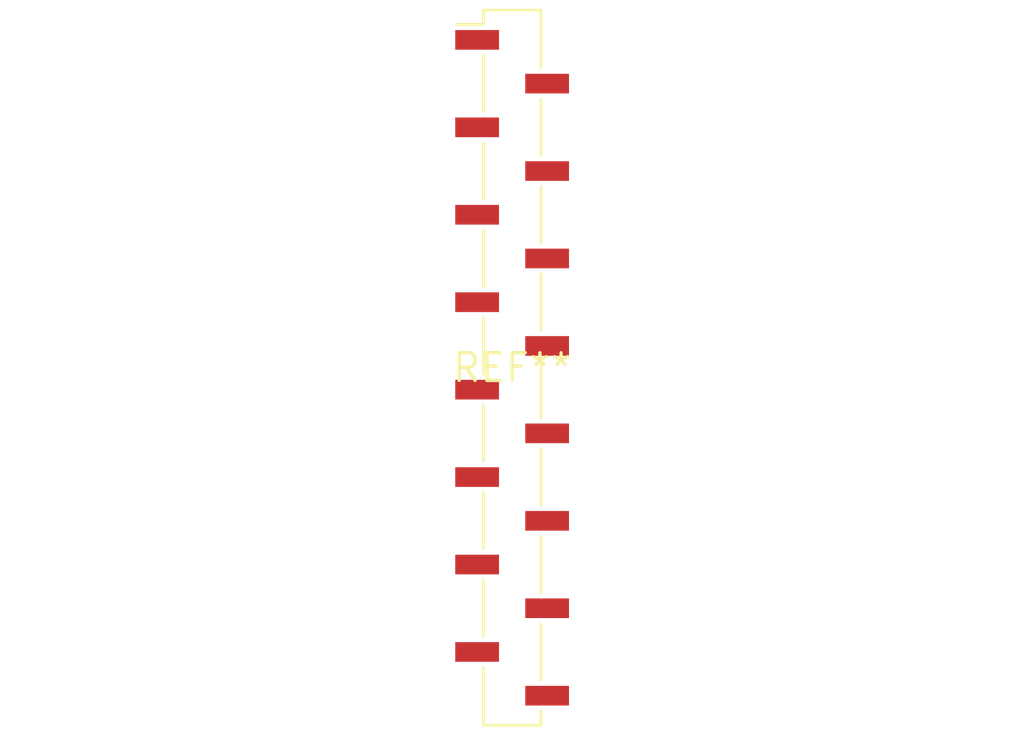
<source format=kicad_pcb>
(kicad_pcb (version 20240108) (generator pcbnew)
  (layers (0 "F.Cu" signal) (31 "B.Cu" signal) (34 "B.Paste" user) (35 "F.Paste" user) (36 "B.SilkS" user "B.Silkscreen") (37 "F.SilkS" user "F.Silkscreen") (38 "B.Mask" user) (39 "F.Mask" user) (44 "Edge.Cuts" user))
  (net 0 "")
  (footprint "PinSocket_1x16_P2.00mm_Vertical_SMD_Pin1Left" (layer "F.Cu") (at 0 0)
    (property "Reference" "REF**")
    (property "Value" "PinSocket_1x16_P2.00mm_Vertical_SMD_Pin1Left")
    (fp_line (start -2.54 -15.71) (end -1.31 -15.71) (layer "F.SilkS") (stroke (width 0.12)))
    (fp_line (start -1.31 -16.36) (end -1.31 -15.71) (layer "F.SilkS") (stroke (width 0.12)))
    (fp_line (start -1.31 -16.36) (end 1.31 -16.36) (layer "F.SilkS") (stroke (width 0.12)))
    (fp_line (start -1.31 -14.29) (end -1.31 -11.71) (layer "F.SilkS") (stroke (width 0.12)))
    (fp_line (start -1.31 -10.29) (end -1.31 -7.71) (layer "F.SilkS") (stroke (width 0.12)))
    (fp_line (start -1.31 -6.29) (end -1.31 -3.71) (layer "F.SilkS") (stroke (width 0.12)))
    (fp_line (start -1.31 -2.29) (end -1.31 0.29) (layer "F.SilkS") (stroke (width 0.12)))
    (fp_line (start -1.31 1.71) (end -1.31 4.29) (layer "F.SilkS") (stroke (width 0.12)))
    (fp_line (start -1.31 5.71) (end -1.31 8.29) (layer "F.SilkS") (stroke (width 0.12)))
    (fp_line (start -1.31 9.71) (end -1.31 12.29) (layer "F.SilkS") (stroke (width 0.12)))
    (fp_line (start -1.31 13.71) (end -1.31 16.36) (layer "F.SilkS") (stroke (width 0.12)))
    (fp_line (start -1.31 16.36) (end 1.31 16.36) (layer "F.SilkS") (stroke (width 0.12)))
    (fp_line (start 1.31 -16.36) (end 1.31 -13.71) (layer "F.SilkS") (stroke (width 0.12)))
    (fp_line (start 1.31 -12.29) (end 1.31 -9.71) (layer "F.SilkS") (stroke (width 0.12)))
    (fp_line (start 1.31 -8.29) (end 1.31 -5.71) (layer "F.SilkS") (stroke (width 0.12)))
    (fp_line (start 1.31 -4.29) (end 1.31 -1.71) (layer "F.SilkS") (stroke (width 0.12)))
    (fp_line (start 1.31 -0.29) (end 1.31 2.29) (layer "F.SilkS") (stroke (width 0.12)))
    (fp_line (start 1.31 3.71) (end 1.31 6.29) (layer "F.SilkS") (stroke (width 0.12)))
    (fp_line (start 1.31 7.71) (end 1.31 10.29) (layer "F.SilkS") (stroke (width 0.12)))
    (fp_line (start 1.31 11.71) (end 1.31 14.29) (layer "F.SilkS") (stroke (width 0.12)))
    (fp_line (start 1.31 15.71) (end 1.31 16.36) (layer "F.SilkS") (stroke (width 0.12)))
    (pad "1" smd rect (at -1.6 -15) (size 2 0.9) (layers "F.Cu" "F.Paste" "F.Mask"))
    (pad "2" smd rect (at 1.6 -13) (size 2 0.9) (layers "F.Cu" "F.Paste" "F.Mask"))
    (pad "3" smd rect (at -1.6 -11) (size 2 0.9) (layers "F.Cu" "F.Paste" "F.Mask"))
    (pad "4" smd rect (at 1.6 -9) (size 2 0.9) (layers "F.Cu" "F.Paste" "F.Mask"))
    (pad "5" smd rect (at -1.6 -7) (size 2 0.9) (layers "F.Cu" "F.Paste" "F.Mask"))
    (pad "6" smd rect (at 1.6 -5) (size 2 0.9) (layers "F.Cu" "F.Paste" "F.Mask"))
    (pad "7" smd rect (at -1.6 -3) (size 2 0.9) (layers "F.Cu" "F.Paste" "F.Mask"))
    (pad "8" smd rect (at 1.6 -1) (size 2 0.9) (layers "F.Cu" "F.Paste" "F.Mask"))
    (pad "9" smd rect (at -1.6 1) (size 2 0.9) (layers "F.Cu" "F.Paste" "F.Mask"))
    (pad "10" smd rect (at 1.6 3) (size 2 0.9) (layers "F.Cu" "F.Paste" "F.Mask"))
    (pad "11" smd rect (at -1.6 5) (size 2 0.9) (layers "F.Cu" "F.Paste" "F.Mask"))
    (pad "12" smd rect (at 1.6 7) (size 2 0.9) (layers "F.Cu" "F.Paste" "F.Mask"))
    (pad "13" smd rect (at -1.6 9) (size 2 0.9) (layers "F.Cu" "F.Paste" "F.Mask"))
    (pad "14" smd rect (at 1.6 11) (size 2 0.9) (layers "F.Cu" "F.Paste" "F.Mask"))
    (pad "15" smd rect (at -1.6 13) (size 2 0.9) (layers "F.Cu" "F.Paste" "F.Mask"))
    (pad "16" smd rect (at 1.6 15) (size 2 0.9) (layers "F.Cu" "F.Paste" "F.Mask"))
  )
)
</source>
